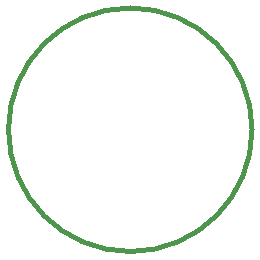
<source format=gbr>
G04 (created by PCBNEW (2013-jul-14)-product) date Thu 07 Nov 2013 08:56:16 PM EST*
%MOIN*%
G04 Gerber Fmt 3.4, Leading zero omitted, Abs format*
%FSLAX34Y34*%
G01*
G70*
G90*
G04 APERTURE LIST*
%ADD10C,0.005906*%
%ADD11C,0.015000*%
G04 APERTURE END LIST*
G54D10*
G54D11*
X64560Y-38000D02*
G75*
G03X64560Y-38000I-4060J0D01*
G74*
G01*
M02*

</source>
